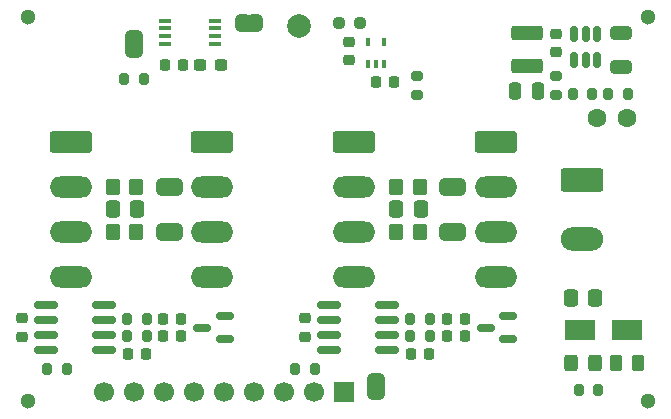
<source format=gbr>
%TF.GenerationSoftware,KiCad,Pcbnew,9.0.6*%
%TF.CreationDate,2025-12-21T18:24:03+01:00*%
%TF.ProjectId,repeater,72657065-6174-4657-922e-6b696361645f,rev?*%
%TF.SameCoordinates,Original*%
%TF.FileFunction,Soldermask,Top*%
%TF.FilePolarity,Negative*%
%FSLAX46Y46*%
G04 Gerber Fmt 4.6, Leading zero omitted, Abs format (unit mm)*
G04 Created by KiCad (PCBNEW 9.0.6) date 2025-12-21 18:24:03*
%MOMM*%
%LPD*%
G01*
G04 APERTURE LIST*
G04 Aperture macros list*
%AMRoundRect*
0 Rectangle with rounded corners*
0 $1 Rounding radius*
0 $2 $3 $4 $5 $6 $7 $8 $9 X,Y pos of 4 corners*
0 Add a 4 corners polygon primitive as box body*
4,1,4,$2,$3,$4,$5,$6,$7,$8,$9,$2,$3,0*
0 Add four circle primitives for the rounded corners*
1,1,$1+$1,$2,$3*
1,1,$1+$1,$4,$5*
1,1,$1+$1,$6,$7*
1,1,$1+$1,$8,$9*
0 Add four rect primitives between the rounded corners*
20,1,$1+$1,$2,$3,$4,$5,0*
20,1,$1+$1,$4,$5,$6,$7,0*
20,1,$1+$1,$6,$7,$8,$9,0*
20,1,$1+$1,$8,$9,$2,$3,0*%
%AMFreePoly0*
4,1,23,0.500000,-0.750000,0.000000,-0.750000,0.000000,-0.745722,-0.065263,-0.745722,-0.191342,-0.711940,-0.304381,-0.646677,-0.396677,-0.554381,-0.461940,-0.441342,-0.495722,-0.315263,-0.495722,-0.250000,-0.500000,-0.250000,-0.500000,0.250000,-0.495722,0.250000,-0.495722,0.315263,-0.461940,0.441342,-0.396677,0.554381,-0.304381,0.646677,-0.191342,0.711940,-0.065263,0.745722,0.000000,0.745722,
0.000000,0.750000,0.500000,0.750000,0.500000,-0.750000,0.500000,-0.750000,$1*%
%AMFreePoly1*
4,1,23,0.000000,0.745722,0.065263,0.745722,0.191342,0.711940,0.304381,0.646677,0.396677,0.554381,0.461940,0.441342,0.495722,0.315263,0.495722,0.250000,0.500000,0.250000,0.500000,-0.250000,0.495722,-0.250000,0.495722,-0.315263,0.461940,-0.441342,0.396677,-0.554381,0.304381,-0.646677,0.191342,-0.711940,0.065263,-0.745722,0.000000,-0.745722,0.000000,-0.750000,-0.500000,-0.750000,
-0.500000,0.750000,0.000000,0.750000,0.000000,0.745722,0.000000,0.745722,$1*%
G04 Aperture macros list end*
%ADD10C,0.000000*%
%ADD11RoundRect,0.250000X-0.337500X-0.475000X0.337500X-0.475000X0.337500X0.475000X-0.337500X0.475000X0*%
%ADD12RoundRect,0.237500X0.250000X0.237500X-0.250000X0.237500X-0.250000X-0.237500X0.250000X-0.237500X0*%
%ADD13RoundRect,0.237500X0.300000X0.237500X-0.300000X0.237500X-0.300000X-0.237500X0.300000X-0.237500X0*%
%ADD14RoundRect,0.200000X0.200000X0.275000X-0.200000X0.275000X-0.200000X-0.275000X0.200000X-0.275000X0*%
%ADD15R,0.400000X0.650000*%
%ADD16FreePoly0,90.000000*%
%ADD17FreePoly1,90.000000*%
%ADD18R,1.700000X1.700000*%
%ADD19C,1.700000*%
%ADD20RoundRect,0.225000X0.225000X0.250000X-0.225000X0.250000X-0.225000X-0.250000X0.225000X-0.250000X0*%
%ADD21C,1.300000*%
%ADD22FreePoly0,0.000000*%
%ADD23FreePoly1,0.000000*%
%ADD24FreePoly0,270.000000*%
%ADD25FreePoly1,270.000000*%
%ADD26C,1.600000*%
%ADD27C,2.000000*%
%ADD28O,3.600000X2.000000*%
%ADD29RoundRect,0.250000X-1.550000X0.750000X-1.550000X-0.750000X1.550000X-0.750000X1.550000X0.750000X0*%
%ADD30O,3.600000X1.800000*%
%ADD31RoundRect,0.250000X-1.550000X0.650000X-1.550000X-0.650000X1.550000X-0.650000X1.550000X0.650000X0*%
%ADD32RoundRect,0.225000X0.250000X-0.225000X0.250000X0.225000X-0.250000X0.225000X-0.250000X-0.225000X0*%
%ADD33R,2.500000X1.800000*%
%ADD34RoundRect,0.225000X-0.250000X0.225000X-0.250000X-0.225000X0.250000X-0.225000X0.250000X0.225000X0*%
%ADD35RoundRect,0.225000X-0.225000X-0.250000X0.225000X-0.250000X0.225000X0.250000X-0.225000X0.250000X0*%
%ADD36RoundRect,0.150000X-0.825000X-0.150000X0.825000X-0.150000X0.825000X0.150000X-0.825000X0.150000X0*%
%ADD37RoundRect,0.200000X-0.200000X-0.275000X0.200000X-0.275000X0.200000X0.275000X-0.200000X0.275000X0*%
%ADD38R,1.100000X0.400000*%
%ADD39RoundRect,0.150000X0.587500X0.150000X-0.587500X0.150000X-0.587500X-0.150000X0.587500X-0.150000X0*%
%ADD40RoundRect,0.250000X0.650000X-0.325000X0.650000X0.325000X-0.650000X0.325000X-0.650000X-0.325000X0*%
%ADD41RoundRect,0.250000X-1.075000X0.375000X-1.075000X-0.375000X1.075000X-0.375000X1.075000X0.375000X0*%
%ADD42RoundRect,0.200000X-0.275000X0.200000X-0.275000X-0.200000X0.275000X-0.200000X0.275000X0.200000X0*%
%ADD43RoundRect,0.150000X0.150000X-0.512500X0.150000X0.512500X-0.150000X0.512500X-0.150000X-0.512500X0*%
%ADD44RoundRect,0.250000X0.250000X0.475000X-0.250000X0.475000X-0.250000X-0.475000X0.250000X-0.475000X0*%
%ADD45RoundRect,0.250000X-0.262500X-0.450000X0.262500X-0.450000X0.262500X0.450000X-0.262500X0.450000X0*%
%ADD46RoundRect,0.250000X-0.350000X-0.450000X0.350000X-0.450000X0.350000X0.450000X-0.350000X0.450000X0*%
%ADD47RoundRect,0.250000X0.350000X0.450000X-0.350000X0.450000X-0.350000X-0.450000X0.350000X-0.450000X0*%
%ADD48FreePoly0,180.000000*%
%ADD49FreePoly1,180.000000*%
%ADD50RoundRect,0.250000X-0.325000X-0.450000X0.325000X-0.450000X0.325000X0.450000X-0.325000X0.450000X0*%
G04 APERTURE END LIST*
D10*
%TO.C,JP1*%
G36*
X131500000Y-82650000D02*
G01*
X130000000Y-82650000D01*
X130000000Y-82350000D01*
X131500000Y-82350000D01*
X131500000Y-82650000D01*
G37*
%TO.C,JP5*%
G36*
X119850000Y-51000000D02*
G01*
X120150000Y-51000000D01*
X120150000Y-52500000D01*
X119850000Y-52500000D01*
X119850000Y-51000000D01*
G37*
%TO.C,JP4*%
G36*
X111000000Y-53650000D02*
G01*
X109500000Y-53650000D01*
X109500000Y-53350000D01*
X111000000Y-53350000D01*
X111000000Y-53650000D01*
G37*
%TO.C,JP7*%
G36*
X113100000Y-68637500D02*
G01*
X113400000Y-68637500D01*
X113400000Y-70137500D01*
X113100000Y-70137500D01*
X113100000Y-68637500D01*
G37*
%TO.C,JP8*%
G36*
X137400000Y-66327500D02*
G01*
X137100000Y-66327500D01*
X137100000Y-64827500D01*
X137400000Y-64827500D01*
X137400000Y-66327500D01*
G37*
%TO.C,JP9*%
G36*
X137100000Y-68637500D02*
G01*
X137400000Y-68637500D01*
X137400000Y-70137500D01*
X137100000Y-70137500D01*
X137100000Y-68637500D01*
G37*
%TO.C,JP6*%
G36*
X113400000Y-66327500D02*
G01*
X113100000Y-66327500D01*
X113100000Y-64827500D01*
X113400000Y-64827500D01*
X113400000Y-66327500D01*
G37*
%TD*%
D11*
%TO.C,C1*%
X147250000Y-75000000D03*
X149325000Y-75000000D03*
%TD*%
D12*
%TO.C,R4*%
X129412500Y-51750000D03*
X127587500Y-51750000D03*
%TD*%
D13*
%TO.C,C6*%
X117612500Y-55250000D03*
X115887500Y-55250000D03*
%TD*%
D14*
%TO.C,R6*%
X109425000Y-56500000D03*
X111075000Y-56500000D03*
%TD*%
D15*
%TO.C,U1*%
X130100000Y-55200000D03*
X130750000Y-55199999D03*
X131400000Y-55200000D03*
X131400000Y-53300000D03*
X130100000Y-53300000D03*
%TD*%
D14*
%TO.C,R7*%
X149575000Y-82750000D03*
X147925000Y-82750000D03*
%TD*%
D16*
%TO.C,JP1*%
X130750000Y-83149999D03*
D17*
X130750000Y-81850001D03*
%TD*%
D18*
%TO.C,J6*%
X128040000Y-83000000D03*
D19*
X125500000Y-83000000D03*
X122960001Y-83000000D03*
X120420000Y-83000000D03*
X117880000Y-83000000D03*
X115340000Y-83000000D03*
X112800000Y-83000000D03*
X110259999Y-83000000D03*
X107720000Y-83000000D03*
%TD*%
D20*
%TO.C,C13*%
X135275000Y-79750000D03*
X133725000Y-79750000D03*
%TD*%
%TO.C,C8*%
X111275000Y-79750000D03*
X109725000Y-79750000D03*
%TD*%
D21*
%TO.C,H1*%
X101250000Y-83750000D03*
%TD*%
%TO.C,H2*%
X153750000Y-83750000D03*
%TD*%
%TO.C,H3*%
X101250000Y-51250000D03*
%TD*%
%TO.C,H4*%
X153750000Y-51250000D03*
%TD*%
D22*
%TO.C,JP5*%
X119350000Y-51750000D03*
D23*
X120650000Y-51750000D03*
%TD*%
D24*
%TO.C,JP4*%
X110250000Y-52850001D03*
D25*
X110250000Y-54149999D03*
%TD*%
D26*
%TO.C,C3*%
X152000000Y-59750000D03*
X149500000Y-59750000D03*
%TD*%
D27*
%TO.C,TP1*%
X124250000Y-52000000D03*
%TD*%
D28*
%TO.C,J1*%
X148222500Y-70000000D03*
D29*
X148222500Y-65000000D03*
%TD*%
D30*
%TO.C,J3*%
X116892500Y-73232501D03*
X116892500Y-69422500D03*
X116892500Y-65612500D03*
D31*
X116892500Y-61802500D03*
%TD*%
%TO.C,J4*%
X140892500Y-61802500D03*
D30*
X140892500Y-65612500D03*
X140892500Y-69422500D03*
X140892500Y-73232501D03*
%TD*%
D32*
%TO.C,C4*%
X128500000Y-54850000D03*
X128500000Y-53300000D03*
%TD*%
D33*
%TO.C,D1*%
X147999999Y-77750000D03*
X152000001Y-77750000D03*
%TD*%
D30*
%TO.C,J2*%
X128892500Y-73232501D03*
X128892500Y-69422500D03*
X128892500Y-65612500D03*
D31*
X128892500Y-61802500D03*
%TD*%
%TO.C,J5*%
X104892500Y-61802500D03*
D30*
X104892500Y-65612500D03*
X104892500Y-69422500D03*
X104892500Y-73232501D03*
%TD*%
D34*
%TO.C,C14*%
X124749999Y-76725000D03*
X124749999Y-78275000D03*
%TD*%
D35*
%TO.C,C12*%
X136725000Y-78250000D03*
X138275000Y-78250000D03*
%TD*%
D14*
%TO.C,R18*%
X149075000Y-57749999D03*
X147425000Y-57749999D03*
%TD*%
D35*
%TO.C,C5*%
X132275000Y-56750000D03*
X130725000Y-56750000D03*
%TD*%
D36*
%TO.C,U4*%
X126775000Y-75595000D03*
X126775000Y-76865000D03*
X126775000Y-78135000D03*
X126775000Y-79405000D03*
X131725000Y-79405000D03*
X131725000Y-78135000D03*
X131725000Y-76865000D03*
X131725000Y-75595000D03*
%TD*%
D14*
%TO.C,R9*%
X111325000Y-76750000D03*
X109675000Y-76750000D03*
%TD*%
D36*
%TO.C,U3*%
X102775000Y-75595000D03*
X102775000Y-76865000D03*
X102775000Y-78135000D03*
X102775000Y-79405000D03*
X107725000Y-79405000D03*
X107725000Y-78135000D03*
X107725000Y-76865000D03*
X107725000Y-75595000D03*
%TD*%
D37*
%TO.C,R16*%
X150425000Y-57750000D03*
X152075000Y-57750000D03*
%TD*%
D38*
%TO.C,U2*%
X117150000Y-53475001D03*
X117150000Y-52825000D03*
X117150000Y-52175000D03*
X117150000Y-51524999D03*
X112850000Y-51524999D03*
X112850000Y-52175000D03*
X112850000Y-52825000D03*
X112850000Y-53475001D03*
%TD*%
D39*
%TO.C,D6*%
X141937500Y-78450000D03*
X141937500Y-76550000D03*
X140062499Y-77500000D03*
%TD*%
%TO.C,D5*%
X117937500Y-78450000D03*
X117937500Y-76550000D03*
X116062499Y-77500000D03*
%TD*%
D35*
%TO.C,C10*%
X112725000Y-76750000D03*
X114275000Y-76750000D03*
%TD*%
D14*
%TO.C,R13*%
X135325000Y-76750000D03*
X133675000Y-76750000D03*
%TD*%
D35*
%TO.C,C15*%
X136725000Y-76750000D03*
X138275000Y-76750000D03*
%TD*%
D40*
%TO.C,C17*%
X151500000Y-55475001D03*
X151500000Y-52524999D03*
%TD*%
D32*
%TO.C,C18*%
X146000000Y-54162500D03*
X146000000Y-52612500D03*
%TD*%
D35*
%TO.C,C7*%
X112725000Y-78250000D03*
X114275000Y-78250000D03*
%TD*%
D37*
%TO.C,R2*%
X102925000Y-81000000D03*
X104575000Y-81000000D03*
%TD*%
D14*
%TO.C,R1*%
X125575000Y-81000000D03*
X123925000Y-81000000D03*
%TD*%
D41*
%TO.C,L3*%
X143500000Y-52600001D03*
X143500000Y-55399999D03*
%TD*%
D42*
%TO.C,R17*%
X146000000Y-56175000D03*
X146000000Y-57825000D03*
%TD*%
D20*
%TO.C,C2*%
X114400000Y-55250000D03*
X112850000Y-55250000D03*
%TD*%
D43*
%TO.C,U5*%
X147550001Y-54887500D03*
X148500000Y-54887500D03*
X149449999Y-54887500D03*
X149449999Y-52612500D03*
X148500000Y-52612500D03*
X147550001Y-52612500D03*
%TD*%
D44*
%TO.C,C19*%
X144449999Y-57500000D03*
X142550001Y-57500000D03*
%TD*%
D42*
%TO.C,R5*%
X134250000Y-56175000D03*
X134250000Y-57825000D03*
%TD*%
D14*
%TO.C,R12*%
X135325000Y-78250000D03*
X133675000Y-78250000D03*
%TD*%
%TO.C,R8*%
X111325000Y-78250000D03*
X109675000Y-78250000D03*
%TD*%
D34*
%TO.C,C9*%
X100749999Y-76725000D03*
X100749999Y-78275000D03*
%TD*%
D45*
%TO.C,R3*%
X151087500Y-80500000D03*
X152912500Y-80500000D03*
%TD*%
D22*
%TO.C,JP7*%
X112600000Y-69387500D03*
D23*
X113900000Y-69387500D03*
%TD*%
D46*
%TO.C,R11*%
X108462500Y-69387500D03*
X110462500Y-69387500D03*
%TD*%
D11*
%TO.C,C11*%
X108462500Y-67465000D03*
X110537500Y-67465000D03*
%TD*%
D47*
%TO.C,R10*%
X110462500Y-65577500D03*
X108462500Y-65577500D03*
%TD*%
%TO.C,R14*%
X134462500Y-65577500D03*
X132462500Y-65577500D03*
%TD*%
D46*
%TO.C,R15*%
X132462500Y-69387500D03*
X134462500Y-69387500D03*
%TD*%
D48*
%TO.C,JP8*%
X137899999Y-65577500D03*
D49*
X136600001Y-65577500D03*
%TD*%
D22*
%TO.C,JP9*%
X136600000Y-69387500D03*
D23*
X137900000Y-69387500D03*
%TD*%
D11*
%TO.C,C16*%
X132462500Y-67465000D03*
X134537500Y-67465000D03*
%TD*%
D48*
%TO.C,JP6*%
X113899999Y-65577500D03*
D49*
X112600001Y-65577500D03*
%TD*%
D50*
%TO.C,F1*%
X147250000Y-80500000D03*
X149299998Y-80500000D03*
%TD*%
M02*

</source>
